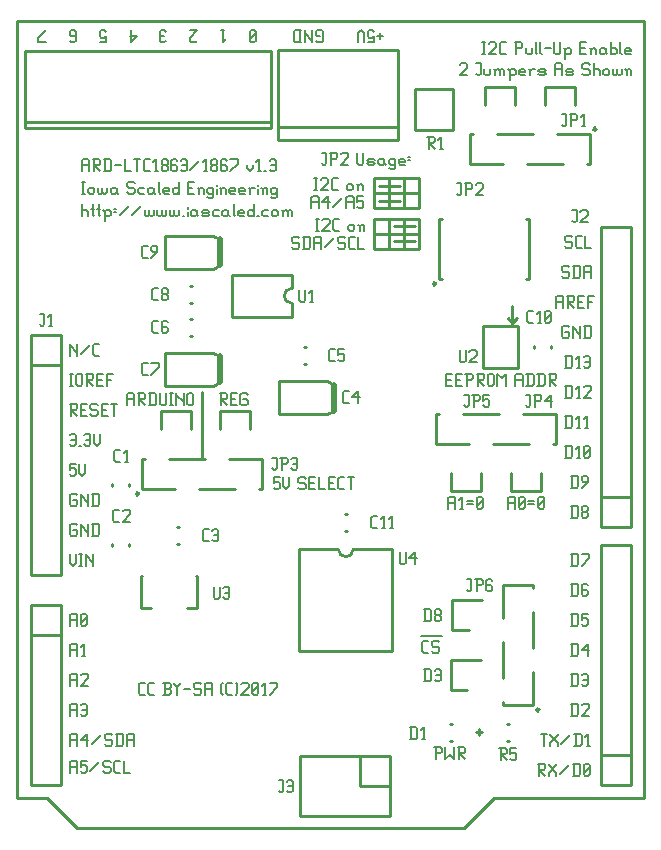
<source format=gbr>
G04 start of page 8 for group -4079 idx -4079 *
G04 Title: (unknown), topsilk *
G04 Creator: pcb 20140316 *
G04 CreationDate: Thu 27 Apr 2017 04:43:42 AM GMT UTC *
G04 For: railfan *
G04 Format: Gerber/RS-274X *
G04 PCB-Dimensions (mil): 2100.00 2700.00 *
G04 PCB-Coordinate-Origin: lower left *
%MOIN*%
%FSLAX25Y25*%
%LNTOPSILK*%
%ADD72C,0.0200*%
%ADD71C,0.0080*%
%ADD70C,0.0100*%
G54D70*X209500Y269500D02*Y10500D01*
X145000Y113000D02*Y119000D01*
X155000D02*Y113000D01*
X145000D02*X155000D01*
X165000D02*Y119000D01*
X175000D02*Y113000D01*
X165000D02*X175000D01*
X153500Y32500D02*X155500D01*
X154500Y33500D02*Y31500D01*
G54D71*X135000Y64500D02*X142000D01*
G54D70*X500Y269500D02*X209500D01*
X48500Y139500D02*X58500D01*
X156500Y247500D02*X166500D01*
Y241500D01*
X176500D02*Y247500D01*
X186500D01*
Y241500D01*
X156500D02*Y247500D01*
X119500Y207100D02*X134500D01*
X121000Y214600D02*X128000D01*
X121000Y209600D02*X128000D01*
X134500Y203600D02*Y193600D01*
X129500Y203600D02*Y193600D01*
X126000Y201100D02*X133000D01*
X126000Y196100D02*X133000D01*
X124500Y203600D02*Y193600D01*
X119500Y203600D02*Y193600D01*
X500Y10500D02*Y269500D01*
X68000Y133500D02*Y139500D01*
X78000D02*Y133500D01*
X68000Y139500D02*X78000D01*
X62000Y146000D02*Y123500D01*
X48500Y133500D02*Y139500D01*
X58500D02*Y133500D01*
X165500Y169000D02*Y174500D01*
Y169000D02*X164000Y170500D01*
X165500Y169000D02*X167000Y170500D01*
X134500Y212100D02*X119500D01*
Y217100D02*X134500D01*
Y207100D01*
X129500Y217100D02*Y207100D01*
X119500Y193600D02*X134500D01*
Y198600D02*X119500D01*
X124500Y217100D02*Y207100D01*
X119500Y217100D02*Y207100D01*
Y203600D02*X134500D01*
X20500Y500D02*X10500Y10500D01*
X149500Y500D02*X20500D01*
X500Y10500D02*X10500D01*
X209500D02*X159500D01*
X149500Y500D01*
X151000Y66500D02*X145500D01*
Y76500D01*
X155500D01*
X150500Y46500D02*X145000D01*
Y56500D01*
X155000D01*
G54D71*X18000Y22500D02*Y19000D01*
Y22500D02*X18500Y23000D01*
X20000D01*
X20500Y22500D01*
Y19000D01*
X18000Y21000D02*X20500D01*
X21700Y23000D02*X23700D01*
X21700D02*Y21000D01*
X22200Y21500D01*
X23200D01*
X23700Y21000D01*
Y19500D01*
X23200Y19000D02*X23700Y19500D01*
X22200Y19000D02*X23200D01*
X21700Y19500D02*X22200Y19000D01*
X24900Y19500D02*X27900Y22500D01*
X31100Y23000D02*X31600Y22500D01*
X29600Y23000D02*X31100D01*
X29100Y22500D02*X29600Y23000D01*
X29100Y22500D02*Y21500D01*
X29600Y21000D01*
X31100D01*
X31600Y20500D01*
Y19500D01*
X31100Y19000D02*X31600Y19500D01*
X29600Y19000D02*X31100D01*
X29100Y19500D02*X29600Y19000D01*
X33300D02*X34800D01*
X32800Y19500D02*X33300Y19000D01*
X32800Y22500D02*Y19500D01*
Y22500D02*X33300Y23000D01*
X34800D01*
X36000D02*Y19000D01*
X38000D01*
X18000Y31500D02*Y28000D01*
Y31500D02*X18500Y32000D01*
X20000D01*
X20500Y31500D01*
Y28000D01*
X18000Y30000D02*X20500D01*
X21700D02*X23700Y32000D01*
X21700Y30000D02*X24200D01*
X23700Y32000D02*Y28000D01*
X25400Y28500D02*X28400Y31500D01*
X31600Y32000D02*X32100Y31500D01*
X30100Y32000D02*X31600D01*
X29600Y31500D02*X30100Y32000D01*
X29600Y31500D02*Y30500D01*
X30100Y30000D01*
X31600D01*
X32100Y29500D01*
Y28500D01*
X31600Y28000D02*X32100Y28500D01*
X30100Y28000D02*X31600D01*
X29600Y28500D02*X30100Y28000D01*
X33800Y32000D02*Y28000D01*
X35300Y32000D02*X35800Y31500D01*
Y28500D01*
X35300Y28000D02*X35800Y28500D01*
X33300Y28000D02*X35300D01*
X33300Y32000D02*X35300D01*
X37000Y31500D02*Y28000D01*
Y31500D02*X37500Y32000D01*
X39000D01*
X39500Y31500D01*
Y28000D01*
X37000Y30000D02*X39500D01*
X18000Y41500D02*Y38000D01*
Y41500D02*X18500Y42000D01*
X20000D01*
X20500Y41500D01*
Y38000D01*
X18000Y40000D02*X20500D01*
X21700Y41500D02*X22200Y42000D01*
X23200D01*
X23700Y41500D01*
Y38500D01*
X23200Y38000D02*X23700Y38500D01*
X22200Y38000D02*X23200D01*
X21700Y38500D02*X22200Y38000D01*
Y40000D02*X23700D01*
X18000Y51500D02*Y48000D01*
Y51500D02*X18500Y52000D01*
X20000D01*
X20500Y51500D01*
Y48000D01*
X18000Y50000D02*X20500D01*
X21700Y51500D02*X22200Y52000D01*
X23700D01*
X24200Y51500D01*
Y50500D01*
X21700Y48000D02*X24200Y50500D01*
X21700Y48000D02*X24200D01*
X18000Y61500D02*Y58000D01*
Y61500D02*X18500Y62000D01*
X20000D01*
X20500Y61500D01*
Y58000D01*
X18000Y60000D02*X20500D01*
X22200Y58000D02*X23200D01*
X22700Y62000D02*Y58000D01*
X21700Y61000D02*X22700Y62000D01*
X18000Y71500D02*Y68000D01*
Y71500D02*X18500Y72000D01*
X20000D01*
X20500Y71500D01*
Y68000D01*
X18000Y70000D02*X20500D01*
X21700Y68500D02*X22200Y68000D01*
X21700Y71500D02*Y68500D01*
Y71500D02*X22200Y72000D01*
X23200D01*
X23700Y71500D01*
Y68500D01*
X23200Y68000D02*X23700Y68500D01*
X22200Y68000D02*X23200D01*
X21700Y69000D02*X23700Y71000D01*
X18000Y92000D02*Y89000D01*
X19000Y88000D01*
X20000Y89000D01*
Y92000D02*Y89000D01*
X21200Y92000D02*X22200D01*
X21700D02*Y88000D01*
X21200D02*X22200D01*
X23400Y92000D02*Y88000D01*
Y92000D02*Y91500D01*
X25900Y89000D01*
Y92000D02*Y88000D01*
X20000Y102000D02*X20500Y101500D01*
X18500Y102000D02*X20000D01*
X18000Y101500D02*X18500Y102000D01*
X18000Y101500D02*Y98500D01*
X18500Y98000D01*
X20000D01*
X20500Y98500D01*
Y99500D02*Y98500D01*
X20000Y100000D02*X20500Y99500D01*
X19000Y100000D02*X20000D01*
X21700Y102000D02*Y98000D01*
Y102000D02*Y101500D01*
X24200Y99000D01*
Y102000D02*Y98000D01*
X25900Y102000D02*Y98000D01*
X27400Y102000D02*X27900Y101500D01*
Y98500D01*
X27400Y98000D02*X27900Y98500D01*
X25400Y98000D02*X27400D01*
X25400Y102000D02*X27400D01*
X20000Y112000D02*X20500Y111500D01*
X18500Y112000D02*X20000D01*
X18000Y111500D02*X18500Y112000D01*
X18000Y111500D02*Y108500D01*
X18500Y108000D01*
X20000D01*
X20500Y108500D01*
Y109500D02*Y108500D01*
X20000Y110000D02*X20500Y109500D01*
X19000Y110000D02*X20000D01*
X21700Y112000D02*Y108000D01*
Y112000D02*Y111500D01*
X24200Y109000D01*
Y112000D02*Y108000D01*
X25900Y112000D02*Y108000D01*
X27400Y112000D02*X27900Y111500D01*
Y108500D01*
X27400Y108000D02*X27900Y108500D01*
X25400Y108000D02*X27400D01*
X25400Y112000D02*X27400D01*
X41500Y45000D02*X43000D01*
X41000Y45500D02*X41500Y45000D01*
X41000Y48500D02*Y45500D01*
Y48500D02*X41500Y49000D01*
X43000D01*
X44700Y45000D02*X46200D01*
X44200Y45500D02*X44700Y45000D01*
X44200Y48500D02*Y45500D01*
Y48500D02*X44700Y49000D01*
X46200D01*
X49200Y45000D02*X51200D01*
X51700Y45500D01*
Y46500D02*Y45500D01*
X51200Y47000D02*X51700Y46500D01*
X49700Y47000D02*X51200D01*
X49700Y49000D02*Y45000D01*
X49200Y49000D02*X51200D01*
X51700Y48500D01*
Y47500D01*
X51200Y47000D02*X51700Y47500D01*
X52900Y49000D02*Y48500D01*
X53900Y47500D01*
X54900Y48500D01*
Y49000D02*Y48500D01*
X53900Y47500D02*Y45000D01*
X56100Y47000D02*X58100D01*
X61300Y49000D02*X61800Y48500D01*
X59800Y49000D02*X61300D01*
X59300Y48500D02*X59800Y49000D01*
X59300Y48500D02*Y47500D01*
X59800Y47000D01*
X61300D01*
X61800Y46500D01*
Y45500D01*
X61300Y45000D02*X61800Y45500D01*
X59800Y45000D02*X61300D01*
X59300Y45500D02*X59800Y45000D01*
X63000Y48500D02*Y45000D01*
Y48500D02*X63500Y49000D01*
X65000D01*
X65500Y48500D01*
Y45000D01*
X63000Y47000D02*X65500D01*
X68500Y45500D02*X69000Y45000D01*
X68500Y48500D02*X69000Y49000D01*
X68500Y48500D02*Y45500D01*
X70700Y45000D02*X72200D01*
X70200Y45500D02*X70700Y45000D01*
X70200Y48500D02*Y45500D01*
Y48500D02*X70700Y49000D01*
X72200D01*
X73400D02*X73900Y48500D01*
Y45500D01*
X73400Y45000D02*X73900Y45500D01*
X75100Y48500D02*X75600Y49000D01*
X77100D01*
X77600Y48500D01*
Y47500D01*
X75100Y45000D02*X77600Y47500D01*
X75100Y45000D02*X77600D01*
X78800Y45500D02*X79300Y45000D01*
X78800Y48500D02*Y45500D01*
Y48500D02*X79300Y49000D01*
X80300D01*
X80800Y48500D01*
Y45500D01*
X80300Y45000D02*X80800Y45500D01*
X79300Y45000D02*X80300D01*
X78800Y46000D02*X80800Y48000D01*
X82500Y45000D02*X83500D01*
X83000Y49000D02*Y45000D01*
X82000Y48000D02*X83000Y49000D01*
X84700Y45000D02*X87200Y47500D01*
Y49000D02*Y47500D01*
X84700Y49000D02*X87200D01*
X185500Y108000D02*Y104000D01*
X187000Y108000D02*X187500Y107500D01*
Y104500D01*
X187000Y104000D02*X187500Y104500D01*
X185000Y104000D02*X187000D01*
X185000Y108000D02*X187000D01*
X188700Y104500D02*X189200Y104000D01*
X188700Y105500D02*Y104500D01*
Y105500D02*X189200Y106000D01*
X190200D01*
X190700Y105500D01*
Y104500D01*
X190200Y104000D02*X190700Y104500D01*
X189200Y104000D02*X190200D01*
X188700Y106500D02*X189200Y106000D01*
X188700Y107500D02*Y106500D01*
Y107500D02*X189200Y108000D01*
X190200D01*
X190700Y107500D01*
Y106500D01*
X190200Y106000D02*X190700Y106500D01*
X183500Y138000D02*Y134000D01*
X185000Y138000D02*X185500Y137500D01*
Y134500D01*
X185000Y134000D02*X185500Y134500D01*
X183000Y134000D02*X185000D01*
X183000Y138000D02*X185000D01*
X187200Y134000D02*X188200D01*
X187700Y138000D02*Y134000D01*
X186700Y137000D02*X187700Y138000D01*
X189900Y134000D02*X190900D01*
X190400Y138000D02*Y134000D01*
X189400Y137000D02*X190400Y138000D01*
X183500Y128000D02*Y124000D01*
X185000Y128000D02*X185500Y127500D01*
Y124500D01*
X185000Y124000D02*X185500Y124500D01*
X183000Y124000D02*X185000D01*
X183000Y128000D02*X185000D01*
X187200Y124000D02*X188200D01*
X187700Y128000D02*Y124000D01*
X186700Y127000D02*X187700Y128000D01*
X189400Y124500D02*X189900Y124000D01*
X189400Y127500D02*Y124500D01*
Y127500D02*X189900Y128000D01*
X190900D01*
X191400Y127500D01*
Y124500D01*
X190900Y124000D02*X191400Y124500D01*
X189900Y124000D02*X190900D01*
X189400Y125000D02*X191400Y127000D01*
X185500Y118000D02*Y114000D01*
X187000Y118000D02*X187500Y117500D01*
Y114500D01*
X187000Y114000D02*X187500Y114500D01*
X185000Y114000D02*X187000D01*
X185000Y118000D02*X187000D01*
X188700Y114000D02*X190700Y116000D01*
Y117500D02*Y116000D01*
X190200Y118000D02*X190700Y117500D01*
X189200Y118000D02*X190200D01*
X188700Y117500D02*X189200Y118000D01*
X188700Y117500D02*Y116500D01*
X189200Y116000D01*
X190700D01*
X185500Y52000D02*Y48000D01*
X187000Y52000D02*X187500Y51500D01*
Y48500D01*
X187000Y48000D02*X187500Y48500D01*
X185000Y48000D02*X187000D01*
X185000Y52000D02*X187000D01*
X188700Y51500D02*X189200Y52000D01*
X190200D01*
X190700Y51500D01*
Y48500D01*
X190200Y48000D02*X190700Y48500D01*
X189200Y48000D02*X190200D01*
X188700Y48500D02*X189200Y48000D01*
Y50000D02*X190700D01*
X185500Y62000D02*Y58000D01*
X187000Y62000D02*X187500Y61500D01*
Y58500D01*
X187000Y58000D02*X187500Y58500D01*
X185000Y58000D02*X187000D01*
X185000Y62000D02*X187000D01*
X188700Y60000D02*X190700Y62000D01*
X188700Y60000D02*X191200D01*
X190700Y62000D02*Y58000D01*
X185500Y42000D02*Y38000D01*
X187000Y42000D02*X187500Y41500D01*
Y38500D01*
X187000Y38000D02*X187500Y38500D01*
X185000Y38000D02*X187000D01*
X185000Y42000D02*X187000D01*
X188700Y41500D02*X189200Y42000D01*
X190700D01*
X191200Y41500D01*
Y40500D01*
X188700Y38000D02*X191200Y40500D01*
X188700Y38000D02*X191200D01*
X174000Y22000D02*X176000D01*
X176500Y21500D01*
Y20500D01*
X176000Y20000D02*X176500Y20500D01*
X174500Y20000D02*X176000D01*
X174500Y22000D02*Y18000D01*
Y20000D02*X176500Y18000D01*
X177700Y22000D02*Y21500D01*
X180200Y19000D01*
Y18000D01*
X177700Y19000D02*Y18000D01*
Y19000D02*X180200Y21500D01*
Y22000D02*Y21500D01*
X181400Y18500D02*X184400Y21500D01*
X186100Y22000D02*Y18000D01*
X187600Y22000D02*X188100Y21500D01*
Y18500D01*
X187600Y18000D02*X188100Y18500D01*
X185600Y18000D02*X187600D01*
X185600Y22000D02*X187600D01*
X189300Y18500D02*X189800Y18000D01*
X189300Y21500D02*Y18500D01*
Y21500D02*X189800Y22000D01*
X190800D01*
X191300Y21500D01*
Y18500D01*
X190800Y18000D02*X191300Y18500D01*
X189800Y18000D02*X190800D01*
X189300Y19000D02*X191300Y21000D01*
X175000Y32000D02*X177000D01*
X176000D02*Y28000D01*
X178200Y32000D02*Y31500D01*
X180700Y29000D01*
Y28000D01*
X178200Y29000D02*Y28000D01*
Y29000D02*X180700Y31500D01*
Y32000D02*Y31500D01*
X181900Y28500D02*X184900Y31500D01*
X186600Y32000D02*Y28000D01*
X188100Y32000D02*X188600Y31500D01*
Y28500D01*
X188100Y28000D02*X188600Y28500D01*
X186100Y28000D02*X188100D01*
X186100Y32000D02*X188100D01*
X190300Y28000D02*X191300D01*
X190800Y32000D02*Y28000D01*
X189800Y31000D02*X190800Y32000D01*
X140000Y27500D02*Y23500D01*
X139500Y27500D02*X141500D01*
X142000Y27000D01*
Y26000D01*
X141500Y25500D02*X142000Y26000D01*
X140000Y25500D02*X141500D01*
X143200Y27500D02*Y23500D01*
X144700Y25000D01*
X146200Y23500D01*
Y27500D02*Y23500D01*
X147400Y27500D02*X149400D01*
X149900Y27000D01*
Y26000D01*
X149400Y25500D02*X149900Y26000D01*
X147900Y25500D02*X149400D01*
X147900Y27500D02*Y23500D01*
Y25500D02*X149900Y23500D01*
X136500Y53500D02*Y49500D01*
X138000Y53500D02*X138500Y53000D01*
Y50000D01*
X138000Y49500D02*X138500Y50000D01*
X136000Y49500D02*X138000D01*
X136000Y53500D02*X138000D01*
X139700Y53000D02*X140200Y53500D01*
X141200D01*
X141700Y53000D01*
Y50000D01*
X141200Y49500D02*X141700Y50000D01*
X140200Y49500D02*X141200D01*
X139700Y50000D02*X140200Y49500D01*
Y51500D02*X141700D01*
X185500Y92000D02*Y88000D01*
X187000Y92000D02*X187500Y91500D01*
Y88500D01*
X187000Y88000D02*X187500Y88500D01*
X185000Y88000D02*X187000D01*
X185000Y92000D02*X187000D01*
X188700Y88000D02*X191200Y90500D01*
Y92000D02*Y90500D01*
X188700Y92000D02*X191200D01*
X144000Y110500D02*Y107000D01*
Y110500D02*X144500Y111000D01*
X146000D01*
X146500Y110500D01*
Y107000D01*
X144000Y109000D02*X146500D01*
X148200Y107000D02*X149200D01*
X148700Y111000D02*Y107000D01*
X147700Y110000D02*X148700Y111000D01*
X150400Y109500D02*X152400D01*
X150400Y108500D02*X152400D01*
X153600Y107500D02*X154100Y107000D01*
X153600Y110500D02*Y107500D01*
Y110500D02*X154100Y111000D01*
X155100D01*
X155600Y110500D01*
Y107500D01*
X155100Y107000D02*X155600Y107500D01*
X154100Y107000D02*X155100D01*
X153600Y108000D02*X155600Y110000D01*
X164000Y110500D02*Y107000D01*
Y110500D02*X164500Y111000D01*
X166000D01*
X166500Y110500D01*
Y107000D01*
X164000Y109000D02*X166500D01*
X167700Y107500D02*X168200Y107000D01*
X167700Y110500D02*Y107500D01*
Y110500D02*X168200Y111000D01*
X169200D01*
X169700Y110500D01*
Y107500D01*
X169200Y107000D02*X169700Y107500D01*
X168200Y107000D02*X169200D01*
X167700Y108000D02*X169700Y110000D01*
X170900Y109500D02*X172900D01*
X170900Y108500D02*X172900D01*
X174100Y107500D02*X174600Y107000D01*
X174100Y110500D02*Y107500D01*
Y110500D02*X174600Y111000D01*
X175600D01*
X176100Y110500D01*
Y107500D01*
X175600Y107000D02*X176100Y107500D01*
X174600Y107000D02*X175600D01*
X174100Y108000D02*X176100Y110000D01*
X143500Y150000D02*X145000D01*
X143500Y148000D02*X145500D01*
X143500Y152000D02*Y148000D01*
Y152000D02*X145500D01*
X146700Y150000D02*X148200D01*
X146700Y148000D02*X148700D01*
X146700Y152000D02*Y148000D01*
Y152000D02*X148700D01*
X150400D02*Y148000D01*
X149900Y152000D02*X151900D01*
X152400Y151500D01*
Y150500D01*
X151900Y150000D02*X152400Y150500D01*
X150400Y150000D02*X151900D01*
X153600Y152000D02*X155600D01*
X156100Y151500D01*
Y150500D01*
X155600Y150000D02*X156100Y150500D01*
X154100Y150000D02*X155600D01*
X154100Y152000D02*Y148000D01*
Y150000D02*X156100Y148000D01*
X157300Y151500D02*Y148500D01*
Y151500D02*X157800Y152000D01*
X158800D01*
X159300Y151500D01*
Y148500D01*
X158800Y148000D02*X159300Y148500D01*
X157800Y148000D02*X158800D01*
X157300Y148500D02*X157800Y148000D01*
X160500Y152000D02*Y148000D01*
Y152000D02*X162000Y150500D01*
X163500Y152000D01*
Y148000D01*
X166500Y151500D02*Y148000D01*
Y151500D02*X167000Y152000D01*
X168500D01*
X169000Y151500D01*
Y148000D01*
X166500Y150000D02*X169000D01*
X170700Y152000D02*Y148000D01*
X172200Y152000D02*X172700Y151500D01*
Y148500D01*
X172200Y148000D02*X172700Y148500D01*
X170200Y148000D02*X172200D01*
X170200Y152000D02*X172200D01*
X174400D02*Y148000D01*
X175900Y152000D02*X176400Y151500D01*
Y148500D01*
X175900Y148000D02*X176400Y148500D01*
X173900Y148000D02*X175900D01*
X173900Y152000D02*X175900D01*
X177600D02*X179600D01*
X180100Y151500D01*
Y150500D01*
X179600Y150000D02*X180100Y150500D01*
X178100Y150000D02*X179600D01*
X178100Y152000D02*Y148000D01*
Y150000D02*X180100Y148000D01*
X170000Y145000D02*X171500D01*
Y141500D01*
X171000Y141000D02*X171500Y141500D01*
X170500Y141000D02*X171000D01*
X170000Y141500D02*X170500Y141000D01*
X173200Y145000D02*Y141000D01*
X172700Y145000D02*X174700D01*
X175200Y144500D01*
Y143500D01*
X174700Y143000D02*X175200Y143500D01*
X173200Y143000D02*X174700D01*
X176400D02*X178400Y145000D01*
X176400Y143000D02*X178900D01*
X178400Y145000D02*Y141000D01*
X149500Y145000D02*X151000D01*
Y141500D01*
X150500Y141000D02*X151000Y141500D01*
X150000Y141000D02*X150500D01*
X149500Y141500D02*X150000Y141000D01*
X152700Y145000D02*Y141000D01*
X152200Y145000D02*X154200D01*
X154700Y144500D01*
Y143500D01*
X154200Y143000D02*X154700Y143500D01*
X152700Y143000D02*X154200D01*
X155900Y145000D02*X157900D01*
X155900D02*Y143000D01*
X156400Y143500D01*
X157400D01*
X157900Y143000D01*
Y141500D01*
X157400Y141000D02*X157900Y141500D01*
X156400Y141000D02*X157400D01*
X155900Y141500D02*X156400Y141000D01*
X185500Y82000D02*Y78000D01*
X187000Y82000D02*X187500Y81500D01*
Y78500D01*
X187000Y78000D02*X187500Y78500D01*
X185000Y78000D02*X187000D01*
X185000Y82000D02*X187000D01*
X190200D02*X190700Y81500D01*
X189200Y82000D02*X190200D01*
X188700Y81500D02*X189200Y82000D01*
X188700Y81500D02*Y78500D01*
X189200Y78000D01*
X190200Y80000D02*X190700Y79500D01*
X188700Y80000D02*X190200D01*
X189200Y78000D02*X190200D01*
X190700Y78500D01*
Y79500D02*Y78500D01*
X185500Y72000D02*Y68000D01*
X187000Y72000D02*X187500Y71500D01*
Y68500D01*
X187000Y68000D02*X187500Y68500D01*
X185000Y68000D02*X187000D01*
X185000Y72000D02*X187000D01*
X188700D02*X190700D01*
X188700D02*Y70000D01*
X189200Y70500D01*
X190200D01*
X190700Y70000D01*
Y68500D01*
X190200Y68000D02*X190700Y68500D01*
X189200Y68000D02*X190200D01*
X188700Y68500D02*X189200Y68000D01*
X136500Y73500D02*Y69500D01*
X138000Y73500D02*X138500Y73000D01*
Y70000D01*
X138000Y69500D02*X138500Y70000D01*
X136000Y69500D02*X138000D01*
X136000Y73500D02*X138000D01*
X139700Y70000D02*X140200Y69500D01*
X139700Y71000D02*Y70000D01*
Y71000D02*X140200Y71500D01*
X141200D01*
X141700Y71000D01*
Y70000D01*
X141200Y69500D02*X141700Y70000D01*
X140200Y69500D02*X141200D01*
X139700Y72000D02*X140200Y71500D01*
X139700Y73000D02*Y72000D01*
Y73000D02*X140200Y73500D01*
X141200D01*
X141700Y73000D01*
Y72000D01*
X141200Y71500D02*X141700Y72000D01*
X136000Y59000D02*X137500D01*
X135500Y59500D02*X136000Y59000D01*
X135500Y62500D02*Y59500D01*
Y62500D02*X136000Y63000D01*
X137500D01*
X140700D02*X141200Y62500D01*
X139200Y63000D02*X140700D01*
X138700Y62500D02*X139200Y63000D01*
X138700Y62500D02*Y61500D01*
X139200Y61000D01*
X140700D01*
X141200Y60500D01*
Y59500D01*
X140700Y59000D02*X141200Y59500D01*
X139200Y59000D02*X140700D01*
X138700Y59500D02*X139200Y59000D01*
X18000Y122000D02*X20000D01*
X18000D02*Y120000D01*
X18500Y120500D01*
X19500D01*
X20000Y120000D01*
Y118500D01*
X19500Y118000D02*X20000Y118500D01*
X18500Y118000D02*X19500D01*
X18000Y118500D02*X18500Y118000D01*
X21200Y122000D02*Y119000D01*
X22200Y118000D01*
X23200Y119000D01*
Y122000D02*Y119000D01*
X86000Y117500D02*X88000D01*
X86000D02*Y115500D01*
X86500Y116000D01*
X87500D01*
X88000Y115500D01*
Y114000D01*
X87500Y113500D02*X88000Y114000D01*
X86500Y113500D02*X87500D01*
X86000Y114000D02*X86500Y113500D01*
X89200Y117500D02*Y114500D01*
X90200Y113500D01*
X91200Y114500D01*
Y117500D02*Y114500D01*
X96200Y117500D02*X96700Y117000D01*
X94700Y117500D02*X96200D01*
X94200Y117000D02*X94700Y117500D01*
X94200Y117000D02*Y116000D01*
X94700Y115500D01*
X96200D01*
X96700Y115000D01*
Y114000D01*
X96200Y113500D02*X96700Y114000D01*
X94700Y113500D02*X96200D01*
X94200Y114000D02*X94700Y113500D01*
X97900Y115500D02*X99400D01*
X97900Y113500D02*X99900D01*
X97900Y117500D02*Y113500D01*
Y117500D02*X99900D01*
X101100D02*Y113500D01*
X103100D01*
X104300Y115500D02*X105800D01*
X104300Y113500D02*X106300D01*
X104300Y117500D02*Y113500D01*
Y117500D02*X106300D01*
X108000Y113500D02*X109500D01*
X107500Y114000D02*X108000Y113500D01*
X107500Y117000D02*Y114000D01*
Y117000D02*X108000Y117500D01*
X109500D01*
X110700D02*X112700D01*
X111700D02*Y113500D01*
X18000Y131500D02*X18500Y132000D01*
X19500D01*
X20000Y131500D01*
Y128500D01*
X19500Y128000D02*X20000Y128500D01*
X18500Y128000D02*X19500D01*
X18000Y128500D02*X18500Y128000D01*
Y130000D02*X20000D01*
X21200Y128000D02*X21700D01*
X22900Y131500D02*X23400Y132000D01*
X24400D01*
X24900Y131500D01*
Y128500D01*
X24400Y128000D02*X24900Y128500D01*
X23400Y128000D02*X24400D01*
X22900Y128500D02*X23400Y128000D01*
Y130000D02*X24900D01*
X26100Y132000D02*Y129000D01*
X27100Y128000D01*
X28100Y129000D01*
Y132000D02*Y129000D01*
X18000Y152000D02*X19000D01*
X18500D02*Y148000D01*
X18000D02*X19000D01*
X20200Y151500D02*Y148500D01*
Y151500D02*X20700Y152000D01*
X21700D01*
X22200Y151500D01*
Y148500D01*
X21700Y148000D02*X22200Y148500D01*
X20700Y148000D02*X21700D01*
X20200Y148500D02*X20700Y148000D01*
X23400Y152000D02*X25400D01*
X25900Y151500D01*
Y150500D01*
X25400Y150000D02*X25900Y150500D01*
X23900Y150000D02*X25400D01*
X23900Y152000D02*Y148000D01*
Y150000D02*X25900Y148000D01*
X27100Y150000D02*X28600D01*
X27100Y148000D02*X29100D01*
X27100Y152000D02*Y148000D01*
Y152000D02*X29100D01*
X30300D02*Y148000D01*
Y152000D02*X32300D01*
X30300Y150000D02*X31800D01*
X18000Y142000D02*X20000D01*
X20500Y141500D01*
Y140500D01*
X20000Y140000D02*X20500Y140500D01*
X18500Y140000D02*X20000D01*
X18500Y142000D02*Y138000D01*
Y140000D02*X20500Y138000D01*
X21700Y140000D02*X23200D01*
X21700Y138000D02*X23700D01*
X21700Y142000D02*Y138000D01*
Y142000D02*X23700D01*
X26900D02*X27400Y141500D01*
X25400Y142000D02*X26900D01*
X24900Y141500D02*X25400Y142000D01*
X24900Y141500D02*Y140500D01*
X25400Y140000D01*
X26900D01*
X27400Y139500D01*
Y138500D01*
X26900Y138000D02*X27400Y138500D01*
X25400Y138000D02*X26900D01*
X24900Y138500D02*X25400Y138000D01*
X28600Y140000D02*X30100D01*
X28600Y138000D02*X30600D01*
X28600Y142000D02*Y138000D01*
Y142000D02*X30600D01*
X31800D02*X33800D01*
X32800D02*Y138000D01*
X18000Y162000D02*Y158000D01*
Y162000D02*Y161500D01*
X20500Y159000D01*
Y162000D02*Y158000D01*
X21700Y158500D02*X24700Y161500D01*
X26400Y158000D02*X27900D01*
X25900Y158500D02*X26400Y158000D01*
X25900Y161500D02*Y158500D01*
Y161500D02*X26400Y162000D01*
X27900D01*
X68000Y145500D02*X70000D01*
X70500Y145000D01*
Y144000D01*
X70000Y143500D02*X70500Y144000D01*
X68500Y143500D02*X70000D01*
X68500Y145500D02*Y141500D01*
Y143500D02*X70500Y141500D01*
X71700Y143500D02*X73200D01*
X71700Y141500D02*X73700D01*
X71700Y145500D02*Y141500D01*
Y145500D02*X73700D01*
X76900D02*X77400Y145000D01*
X75400Y145500D02*X76900D01*
X74900Y145000D02*X75400Y145500D01*
X74900Y145000D02*Y142000D01*
X75400Y141500D01*
X76900D01*
X77400Y142000D01*
Y143000D02*Y142000D01*
X76900Y143500D02*X77400Y143000D01*
X75900Y143500D02*X76900D01*
X37000Y145000D02*Y141500D01*
Y145000D02*X37500Y145500D01*
X39000D01*
X39500Y145000D01*
Y141500D01*
X37000Y143500D02*X39500D01*
X40700Y145500D02*X42700D01*
X43200Y145000D01*
Y144000D01*
X42700Y143500D02*X43200Y144000D01*
X41200Y143500D02*X42700D01*
X41200Y145500D02*Y141500D01*
Y143500D02*X43200Y141500D01*
X44900Y145500D02*Y141500D01*
X46400Y145500D02*X46900Y145000D01*
Y142000D01*
X46400Y141500D02*X46900Y142000D01*
X44400Y141500D02*X46400D01*
X44400Y145500D02*X46400D01*
X48100D02*Y142000D01*
X48600Y141500D01*
X49600D01*
X50100Y142000D01*
Y145500D02*Y142000D01*
X51300Y145500D02*X52300D01*
X51800D02*Y141500D01*
X51300D02*X52300D01*
X53500Y145500D02*Y141500D01*
Y145500D02*Y145000D01*
X56000Y142500D01*
Y145500D02*Y141500D01*
X57200Y145000D02*Y142000D01*
Y145000D02*X57700Y145500D01*
X58700D01*
X59200Y145000D01*
Y142000D01*
X58700Y141500D02*X59200Y142000D01*
X57700Y141500D02*X58700D01*
X57200Y142000D02*X57700Y141500D01*
X184000Y188000D02*X184500Y187500D01*
X182500Y188000D02*X184000D01*
X182000Y187500D02*X182500Y188000D01*
X182000Y187500D02*Y186500D01*
X182500Y186000D01*
X184000D01*
X184500Y185500D01*
Y184500D01*
X184000Y184000D02*X184500Y184500D01*
X182500Y184000D02*X184000D01*
X182000Y184500D02*X182500Y184000D01*
X186200Y188000D02*Y184000D01*
X187700Y188000D02*X188200Y187500D01*
Y184500D01*
X187700Y184000D02*X188200Y184500D01*
X185700Y184000D02*X187700D01*
X185700Y188000D02*X187700D01*
X189400Y187500D02*Y184000D01*
Y187500D02*X189900Y188000D01*
X191400D01*
X191900Y187500D01*
Y184000D01*
X189400Y186000D02*X191900D01*
X185000Y198000D02*X185500Y197500D01*
X183500Y198000D02*X185000D01*
X183000Y197500D02*X183500Y198000D01*
X183000Y197500D02*Y196500D01*
X183500Y196000D01*
X185000D01*
X185500Y195500D01*
Y194500D01*
X185000Y194000D02*X185500Y194500D01*
X183500Y194000D02*X185000D01*
X183000Y194500D02*X183500Y194000D01*
X187200D02*X188700D01*
X186700Y194500D02*X187200Y194000D01*
X186700Y197500D02*Y194500D01*
Y197500D02*X187200Y198000D01*
X188700D01*
X189900D02*Y194000D01*
X191900D01*
X148000Y255000D02*X148500Y255500D01*
X150000D01*
X150500Y255000D01*
Y254000D01*
X148000Y251500D02*X150500Y254000D01*
X148000Y251500D02*X150500D01*
X153500Y255500D02*X155000D01*
Y252000D01*
X154500Y251500D02*X155000Y252000D01*
X154000Y251500D02*X154500D01*
X153500Y252000D02*X154000Y251500D01*
X156200Y253500D02*Y252000D01*
X156700Y251500D01*
X157700D01*
X158200Y252000D01*
Y253500D02*Y252000D01*
X159900Y253000D02*Y251500D01*
Y253000D02*X160400Y253500D01*
X160900D01*
X161400Y253000D01*
Y251500D01*
Y253000D02*X161900Y253500D01*
X162400D01*
X162900Y253000D01*
Y251500D01*
X159400Y253500D02*X159900Y253000D01*
X164600D02*Y250000D01*
X164100Y253500D02*X164600Y253000D01*
X165100Y253500D01*
X166100D01*
X166600Y253000D01*
Y252000D01*
X166100Y251500D02*X166600Y252000D01*
X165100Y251500D02*X166100D01*
X164600Y252000D02*X165100Y251500D01*
X168300D02*X169800D01*
X167800Y252000D02*X168300Y251500D01*
X167800Y253000D02*Y252000D01*
Y253000D02*X168300Y253500D01*
X169300D01*
X169800Y253000D01*
X167800Y252500D02*X169800D01*
Y253000D02*Y252500D01*
X171500Y253000D02*Y251500D01*
Y253000D02*X172000Y253500D01*
X173000D01*
X171000D02*X171500Y253000D01*
X174700Y251500D02*X176200D01*
X176700Y252000D01*
X176200Y252500D02*X176700Y252000D01*
X174700Y252500D02*X176200D01*
X174200Y253000D02*X174700Y252500D01*
X174200Y253000D02*X174700Y253500D01*
X176200D01*
X176700Y253000D01*
X174200Y252000D02*X174700Y251500D01*
X179700Y255000D02*Y251500D01*
Y255000D02*X180200Y255500D01*
X181700D01*
X182200Y255000D01*
Y251500D01*
X179700Y253500D02*X182200D01*
X183900Y251500D02*X185400D01*
X185900Y252000D01*
X185400Y252500D02*X185900Y252000D01*
X183900Y252500D02*X185400D01*
X183400Y253000D02*X183900Y252500D01*
X183400Y253000D02*X183900Y253500D01*
X185400D01*
X185900Y253000D01*
X183400Y252000D02*X183900Y251500D01*
X190900Y255500D02*X191400Y255000D01*
X189400Y255500D02*X190900D01*
X188900Y255000D02*X189400Y255500D01*
X188900Y255000D02*Y254000D01*
X189400Y253500D01*
X190900D01*
X191400Y253000D01*
Y252000D01*
X190900Y251500D02*X191400Y252000D01*
X189400Y251500D02*X190900D01*
X188900Y252000D02*X189400Y251500D01*
X192600Y255500D02*Y251500D01*
Y253000D02*X193100Y253500D01*
X194100D01*
X194600Y253000D01*
Y251500D01*
X195800Y253000D02*Y252000D01*
Y253000D02*X196300Y253500D01*
X197300D01*
X197800Y253000D01*
Y252000D01*
X197300Y251500D02*X197800Y252000D01*
X196300Y251500D02*X197300D01*
X195800Y252000D02*X196300Y251500D01*
X199000Y253500D02*Y252000D01*
X199500Y251500D01*
X200000D01*
X200500Y252000D01*
Y253500D02*Y252000D01*
X201000Y251500D01*
X201500D01*
X202000Y252000D01*
Y253500D02*Y252000D01*
X203700Y253000D02*Y251500D01*
Y253000D02*X204200Y253500D01*
X204700D01*
X205200Y253000D01*
Y251500D01*
X203200Y253500D02*X203700Y253000D01*
X155500Y262500D02*X156500D01*
X156000D02*Y258500D01*
X155500D02*X156500D01*
X157700Y262000D02*X158200Y262500D01*
X159700D01*
X160200Y262000D01*
Y261000D01*
X157700Y258500D02*X160200Y261000D01*
X157700Y258500D02*X160200D01*
X161900D02*X163400D01*
X161400Y259000D02*X161900Y258500D01*
X161400Y262000D02*Y259000D01*
Y262000D02*X161900Y262500D01*
X163400D01*
X166900D02*Y258500D01*
X166400Y262500D02*X168400D01*
X168900Y262000D01*
Y261000D01*
X168400Y260500D02*X168900Y261000D01*
X166900Y260500D02*X168400D01*
X170100D02*Y259000D01*
X170600Y258500D01*
X171600D01*
X172100Y259000D01*
Y260500D02*Y259000D01*
X173300Y262500D02*Y259000D01*
X173800Y258500D01*
X174800Y262500D02*Y259000D01*
X175300Y258500D01*
X176300Y260500D02*X178300D01*
X179500Y262500D02*Y259000D01*
X180000Y258500D01*
X181000D01*
X181500Y259000D01*
Y262500D02*Y259000D01*
X183200Y260000D02*Y257000D01*
X182700Y260500D02*X183200Y260000D01*
X183700Y260500D01*
X184700D01*
X185200Y260000D01*
Y259000D01*
X184700Y258500D02*X185200Y259000D01*
X183700Y258500D02*X184700D01*
X183200Y259000D02*X183700Y258500D01*
X188200Y260500D02*X189700D01*
X188200Y258500D02*X190200D01*
X188200Y262500D02*Y258500D01*
Y262500D02*X190200D01*
X191900Y260000D02*Y258500D01*
Y260000D02*X192400Y260500D01*
X192900D01*
X193400Y260000D01*
Y258500D01*
X191400Y260500D02*X191900Y260000D01*
X196100Y260500D02*X196600Y260000D01*
X195100Y260500D02*X196100D01*
X194600Y260000D02*X195100Y260500D01*
X194600Y260000D02*Y259000D01*
X195100Y258500D01*
X196600Y260500D02*Y259000D01*
X197100Y258500D01*
X195100D02*X196100D01*
X196600Y259000D01*
X198300Y262500D02*Y258500D01*
Y259000D02*X198800Y258500D01*
X199800D01*
X200300Y259000D01*
Y260000D02*Y259000D01*
X199800Y260500D02*X200300Y260000D01*
X198800Y260500D02*X199800D01*
X198300Y260000D02*X198800Y260500D01*
X201500Y262500D02*Y259000D01*
X202000Y258500D01*
X203500D02*X205000D01*
X203000Y259000D02*X203500Y258500D01*
X203000Y260000D02*Y259000D01*
Y260000D02*X203500Y260500D01*
X204500D01*
X205000Y260000D01*
X203000Y259500D02*X205000D01*
Y260000D02*Y259500D01*
X183500Y158000D02*Y154000D01*
X185000Y158000D02*X185500Y157500D01*
Y154500D01*
X185000Y154000D02*X185500Y154500D01*
X183000Y154000D02*X185000D01*
X183000Y158000D02*X185000D01*
X187200Y154000D02*X188200D01*
X187700Y158000D02*Y154000D01*
X186700Y157000D02*X187700Y158000D01*
X189400Y157500D02*X189900Y158000D01*
X190900D01*
X191400Y157500D01*
Y154500D01*
X190900Y154000D02*X191400Y154500D01*
X189900Y154000D02*X190900D01*
X189400Y154500D02*X189900Y154000D01*
Y156000D02*X191400D01*
X183500Y148000D02*Y144000D01*
X185000Y148000D02*X185500Y147500D01*
Y144500D01*
X185000Y144000D02*X185500Y144500D01*
X183000Y144000D02*X185000D01*
X183000Y148000D02*X185000D01*
X187200Y144000D02*X188200D01*
X187700Y148000D02*Y144000D01*
X186700Y147000D02*X187700Y148000D01*
X189400Y147500D02*X189900Y148000D01*
X191400D01*
X191900Y147500D01*
Y146500D01*
X189400Y144000D02*X191900Y146500D01*
X189400Y144000D02*X191900D01*
X184000Y168000D02*X184500Y167500D01*
X182500Y168000D02*X184000D01*
X182000Y167500D02*X182500Y168000D01*
X182000Y167500D02*Y164500D01*
X182500Y164000D01*
X184000D01*
X184500Y164500D01*
Y165500D02*Y164500D01*
X184000Y166000D02*X184500Y165500D01*
X183000Y166000D02*X184000D01*
X185700Y168000D02*Y164000D01*
Y168000D02*Y167500D01*
X188200Y165000D01*
Y168000D02*Y164000D01*
X189900Y168000D02*Y164000D01*
X191400Y168000D02*X191900Y167500D01*
Y164500D01*
X191400Y164000D02*X191900Y164500D01*
X189400Y164000D02*X191400D01*
X189400Y168000D02*X191400D01*
X180000Y177500D02*Y174000D01*
Y177500D02*X180500Y178000D01*
X182000D01*
X182500Y177500D01*
Y174000D01*
X180000Y176000D02*X182500D01*
X183700Y178000D02*X185700D01*
X186200Y177500D01*
Y176500D01*
X185700Y176000D02*X186200Y176500D01*
X184200Y176000D02*X185700D01*
X184200Y178000D02*Y174000D01*
Y176000D02*X186200Y174000D01*
X187400Y176000D02*X188900D01*
X187400Y174000D02*X189400D01*
X187400Y178000D02*Y174000D01*
Y178000D02*X189400D01*
X190600D02*Y174000D01*
Y178000D02*X192600D01*
X190600Y176000D02*X192100D01*
X10000Y266500D02*X7500Y264000D01*
Y262500D01*
X10000D01*
X18500D02*X18000Y263000D01*
X18500Y262500D02*X19500D01*
X20000Y263000D02*X19500Y262500D01*
X20000Y266000D02*Y263000D01*
Y266000D02*X19500Y266500D01*
X18500Y264500D02*X18000Y265000D01*
X18500Y264500D02*X20000D01*
X18500Y266500D02*X19500D01*
X18500D02*X18000Y266000D01*
Y265000D01*
X28000Y262500D02*X30000D01*
Y264500D02*Y262500D01*
Y264500D02*X29500Y264000D01*
X28500D02*X29500D01*
X28500D02*X28000Y264500D01*
Y266000D02*Y264500D01*
X28500Y266500D02*X28000Y266000D01*
X28500Y266500D02*X29500D01*
X30000Y266000D02*X29500Y266500D01*
X40500Y264500D02*X38500Y262500D01*
X38000Y264500D02*X40500D01*
X38500Y266500D02*Y262500D01*
X50000Y263000D02*X49500Y262500D01*
X48500D02*X49500D01*
X48500D02*X48000Y263000D01*
Y266000D02*Y263000D01*
X48500Y266500D02*X48000Y266000D01*
X48500Y266500D02*X49500D01*
X50000Y266000D02*X49500Y266500D01*
X48000Y264500D02*X49500D01*
X60500Y263000D02*X60000Y262500D01*
X58500D02*X60000D01*
X58500D02*X58000Y263000D01*
Y264000D02*Y263000D01*
X60500Y266500D02*X58000Y264000D01*
Y266500D02*X60500D01*
X68500D02*X69500D01*
X69000D02*Y262500D01*
X70000Y263500D02*X69000Y262500D01*
X80000Y266000D02*X79500Y266500D01*
X80000Y266000D02*Y263000D01*
X79500Y262500D01*
X78500D02*X79500D01*
X78500D02*X78000Y263000D01*
Y266000D02*Y263000D01*
X78500Y266500D02*X78000Y266000D01*
X78500Y266500D02*X79500D01*
X80000Y265500D02*X78000Y263500D01*
X100500Y262500D02*X100000Y263000D01*
X100500Y262500D02*X102000D01*
X102500Y263000D02*X102000Y262500D01*
X102500Y266000D02*Y263000D01*
Y266000D02*X102000Y266500D01*
X100500D02*X102000D01*
X100500D02*X100000Y266000D01*
Y265000D01*
X100500Y264500D02*X100000Y265000D01*
X100500Y264500D02*X101500D01*
X98800Y266500D02*Y262500D01*
Y263000D02*Y262500D01*
Y263000D02*X96300Y265500D01*
Y266500D02*Y262500D01*
X94600Y266500D02*Y262500D01*
X93100D02*X92600Y263000D01*
Y266000D02*Y263000D01*
X93100Y266500D02*X92600Y266000D01*
X93100Y266500D02*X95100D01*
X93100Y262500D02*X95100D01*
X120500Y264500D02*X122500D01*
X121500Y265500D02*Y263500D01*
X117300Y262500D02*X119300D01*
Y264500D02*Y262500D01*
Y264500D02*X118800Y264000D01*
X117800D02*X118800D01*
X117800D02*X117300Y264500D01*
Y266000D02*Y264500D01*
X117800Y266500D02*X117300Y266000D01*
X117800Y266500D02*X118800D01*
X119300Y266000D02*X118800Y266500D01*
X116100Y265500D02*Y262500D01*
Y265500D02*X115100Y266500D01*
X114100Y265500D01*
Y262500D01*
X102000Y225600D02*X103500D01*
Y222100D01*
X103000Y221600D02*X103500Y222100D01*
X102500Y221600D02*X103000D01*
X102000Y222100D02*X102500Y221600D01*
X105200Y225600D02*Y221600D01*
X104700Y225600D02*X106700D01*
X107200Y225100D01*
Y224100D01*
X106700Y223600D02*X107200Y224100D01*
X105200Y223600D02*X106700D01*
X108400Y225100D02*X108900Y225600D01*
X110400D01*
X110900Y225100D01*
Y224100D01*
X108400Y221600D02*X110900Y224100D01*
X108400Y221600D02*X110900D01*
X113900Y225600D02*Y222100D01*
X114400Y221600D01*
X115400D01*
X115900Y222100D01*
Y225600D02*Y222100D01*
X117600Y221600D02*X119100D01*
X119600Y222100D01*
X119100Y222600D02*X119600Y222100D01*
X117600Y222600D02*X119100D01*
X117100Y223100D02*X117600Y222600D01*
X117100Y223100D02*X117600Y223600D01*
X119100D01*
X119600Y223100D01*
X117100Y222100D02*X117600Y221600D01*
X122300Y223600D02*X122800Y223100D01*
X121300Y223600D02*X122300D01*
X120800Y223100D02*X121300Y223600D01*
X120800Y223100D02*Y222100D01*
X121300Y221600D01*
X122800Y223600D02*Y222100D01*
X123300Y221600D01*
X121300D02*X122300D01*
X122800Y222100D01*
X126000Y223600D02*X126500Y223100D01*
X125000Y223600D02*X126000D01*
X124500Y223100D02*X125000Y223600D01*
X124500Y223100D02*Y222100D01*
X125000Y221600D01*
X126000D01*
X126500Y222100D01*
X124500Y220600D02*X125000Y220100D01*
X126000D01*
X126500Y220600D01*
Y223600D02*Y220600D01*
X128200Y221600D02*X129700D01*
X127700Y222100D02*X128200Y221600D01*
X127700Y223100D02*Y222100D01*
Y223100D02*X128200Y223600D01*
X129200D01*
X129700Y223100D01*
X127700Y222600D02*X129700D01*
Y223100D02*Y222600D01*
X130900Y224100D02*X131400D01*
X130900Y223100D02*X131400D01*
X99500Y217100D02*X100500D01*
X100000D02*Y213100D01*
X99500D02*X100500D01*
X101700Y216600D02*X102200Y217100D01*
X103700D01*
X104200Y216600D01*
Y215600D01*
X101700Y213100D02*X104200Y215600D01*
X101700Y213100D02*X104200D01*
X105900D02*X107400D01*
X105400Y213600D02*X105900Y213100D01*
X105400Y216600D02*Y213600D01*
Y216600D02*X105900Y217100D01*
X107400D01*
X110400Y214600D02*Y213600D01*
Y214600D02*X110900Y215100D01*
X111900D01*
X112400Y214600D01*
Y213600D01*
X111900Y213100D02*X112400Y213600D01*
X110900Y213100D02*X111900D01*
X110400Y213600D02*X110900Y213100D01*
X114100Y214600D02*Y213100D01*
Y214600D02*X114600Y215100D01*
X115100D01*
X115600Y214600D01*
Y213100D01*
X113600Y215100D02*X114100Y214600D01*
X98500Y210600D02*Y207100D01*
Y210600D02*X99000Y211100D01*
X100500D01*
X101000Y210600D01*
Y207100D01*
X98500Y209100D02*X101000D01*
X102200D02*X104200Y211100D01*
X102200Y209100D02*X104700D01*
X104200Y211100D02*Y207100D01*
X105900Y207600D02*X108900Y210600D01*
X110100D02*Y207100D01*
Y210600D02*X110600Y211100D01*
X112100D01*
X112600Y210600D01*
Y207100D01*
X110100Y209100D02*X112600D01*
X113800Y211100D02*X115800D01*
X113800D02*Y209100D01*
X114300Y209600D01*
X115300D01*
X115800Y209100D01*
Y207600D01*
X115300Y207100D02*X115800Y207600D01*
X114300Y207100D02*X115300D01*
X113800Y207600D02*X114300Y207100D01*
X100000Y203600D02*X101000D01*
X100500D02*Y199600D01*
X100000D02*X101000D01*
X102200Y203100D02*X102700Y203600D01*
X104200D01*
X104700Y203100D01*
Y202100D01*
X102200Y199600D02*X104700Y202100D01*
X102200Y199600D02*X104700D01*
X106400D02*X107900D01*
X105900Y200100D02*X106400Y199600D01*
X105900Y203100D02*Y200100D01*
Y203100D02*X106400Y203600D01*
X107900D01*
X110900Y201100D02*Y200100D01*
Y201100D02*X111400Y201600D01*
X112400D01*
X112900Y201100D01*
Y200100D01*
X112400Y199600D02*X112900Y200100D01*
X111400Y199600D02*X112400D01*
X110900Y200100D02*X111400Y199600D01*
X114600Y201100D02*Y199600D01*
Y201100D02*X115100Y201600D01*
X115600D01*
X116100Y201100D01*
Y199600D01*
X114100Y201600D02*X114600Y201100D01*
X94000Y197600D02*X94500Y197100D01*
X92500Y197600D02*X94000D01*
X92000Y197100D02*X92500Y197600D01*
X92000Y197100D02*Y196100D01*
X92500Y195600D01*
X94000D01*
X94500Y195100D01*
Y194100D01*
X94000Y193600D02*X94500Y194100D01*
X92500Y193600D02*X94000D01*
X92000Y194100D02*X92500Y193600D01*
X96200Y197600D02*Y193600D01*
X97700Y197600D02*X98200Y197100D01*
Y194100D01*
X97700Y193600D02*X98200Y194100D01*
X95700Y193600D02*X97700D01*
X95700Y197600D02*X97700D01*
X99400Y197100D02*Y193600D01*
Y197100D02*X99900Y197600D01*
X101400D01*
X101900Y197100D01*
Y193600D01*
X99400Y195600D02*X101900D01*
X103100Y194100D02*X106100Y197100D01*
X109300Y197600D02*X109800Y197100D01*
X107800Y197600D02*X109300D01*
X107300Y197100D02*X107800Y197600D01*
X107300Y197100D02*Y196100D01*
X107800Y195600D01*
X109300D01*
X109800Y195100D01*
Y194100D01*
X109300Y193600D02*X109800Y194100D01*
X107800Y193600D02*X109300D01*
X107300Y194100D02*X107800Y193600D01*
X111500D02*X113000D01*
X111000Y194100D02*X111500Y193600D01*
X111000Y197100D02*Y194100D01*
Y197100D02*X111500Y197600D01*
X113000D01*
X114200D02*Y193600D01*
X116200D01*
X22000Y208500D02*Y204500D01*
Y206000D02*X22500Y206500D01*
X23500D01*
X24000Y206000D01*
Y204500D01*
X25700Y208500D02*Y205000D01*
X26200Y204500D01*
X25200Y207000D02*X26200D01*
X27700Y208500D02*Y205000D01*
X28200Y204500D01*
X27200Y207000D02*X28200D01*
X29700Y206000D02*Y203000D01*
X29200Y206500D02*X29700Y206000D01*
X30200Y206500D01*
X31200D01*
X31700Y206000D01*
Y205000D01*
X31200Y204500D02*X31700Y205000D01*
X30200Y204500D02*X31200D01*
X29700Y205000D02*X30200Y204500D01*
X32900Y207000D02*X33400D01*
X32900Y206000D02*X33400D01*
X34600Y205000D02*X37600Y208000D01*
X38800Y205000D02*X41800Y208000D01*
X43000Y206500D02*Y205000D01*
X43500Y204500D01*
X44000D01*
X44500Y205000D01*
Y206500D02*Y205000D01*
X45000Y204500D01*
X45500D01*
X46000Y205000D01*
Y206500D02*Y205000D01*
X47200Y206500D02*Y205000D01*
X47700Y204500D01*
X48200D01*
X48700Y205000D01*
Y206500D02*Y205000D01*
X49200Y204500D01*
X49700D01*
X50200Y205000D01*
Y206500D02*Y205000D01*
X51400Y206500D02*Y205000D01*
X51900Y204500D01*
X52400D01*
X52900Y205000D01*
Y206500D02*Y205000D01*
X53400Y204500D01*
X53900D01*
X54400Y205000D01*
Y206500D02*Y205000D01*
X55600Y204500D02*X56100D01*
X57300Y207500D02*Y207000D01*
Y206000D02*Y204500D01*
X59800Y206500D02*X60300Y206000D01*
X58800Y206500D02*X59800D01*
X58300Y206000D02*X58800Y206500D01*
X58300Y206000D02*Y205000D01*
X58800Y204500D01*
X60300Y206500D02*Y205000D01*
X60800Y204500D01*
X58800D02*X59800D01*
X60300Y205000D01*
X62500Y204500D02*X64000D01*
X64500Y205000D01*
X64000Y205500D02*X64500Y205000D01*
X62500Y205500D02*X64000D01*
X62000Y206000D02*X62500Y205500D01*
X62000Y206000D02*X62500Y206500D01*
X64000D01*
X64500Y206000D01*
X62000Y205000D02*X62500Y204500D01*
X66200Y206500D02*X67700D01*
X65700Y206000D02*X66200Y206500D01*
X65700Y206000D02*Y205000D01*
X66200Y204500D01*
X67700D01*
X70400Y206500D02*X70900Y206000D01*
X69400Y206500D02*X70400D01*
X68900Y206000D02*X69400Y206500D01*
X68900Y206000D02*Y205000D01*
X69400Y204500D01*
X70900Y206500D02*Y205000D01*
X71400Y204500D01*
X69400D02*X70400D01*
X70900Y205000D01*
X72600Y208500D02*Y205000D01*
X73100Y204500D01*
X74600D02*X76100D01*
X74100Y205000D02*X74600Y204500D01*
X74100Y206000D02*Y205000D01*
Y206000D02*X74600Y206500D01*
X75600D01*
X76100Y206000D01*
X74100Y205500D02*X76100D01*
Y206000D02*Y205500D01*
X79300Y208500D02*Y204500D01*
X78800D02*X79300Y205000D01*
X77800Y204500D02*X78800D01*
X77300Y205000D02*X77800Y204500D01*
X77300Y206000D02*Y205000D01*
Y206000D02*X77800Y206500D01*
X78800D01*
X79300Y206000D01*
X80500Y204500D02*X81000D01*
X82700Y206500D02*X84200D01*
X82200Y206000D02*X82700Y206500D01*
X82200Y206000D02*Y205000D01*
X82700Y204500D01*
X84200D01*
X85400Y206000D02*Y205000D01*
Y206000D02*X85900Y206500D01*
X86900D01*
X87400Y206000D01*
Y205000D01*
X86900Y204500D02*X87400Y205000D01*
X85900Y204500D02*X86900D01*
X85400Y205000D02*X85900Y204500D01*
X89100Y206000D02*Y204500D01*
Y206000D02*X89600Y206500D01*
X90100D01*
X90600Y206000D01*
Y204500D01*
Y206000D02*X91100Y206500D01*
X91600D01*
X92100Y206000D01*
Y204500D01*
X88600Y206500D02*X89100Y206000D01*
X22000Y216000D02*X23000D01*
X22500D02*Y212000D01*
X22000D02*X23000D01*
X24200Y213500D02*Y212500D01*
Y213500D02*X24700Y214000D01*
X25700D01*
X26200Y213500D01*
Y212500D01*
X25700Y212000D02*X26200Y212500D01*
X24700Y212000D02*X25700D01*
X24200Y212500D02*X24700Y212000D01*
X27400Y214000D02*Y212500D01*
X27900Y212000D01*
X28400D01*
X28900Y212500D01*
Y214000D02*Y212500D01*
X29400Y212000D01*
X29900D01*
X30400Y212500D01*
Y214000D02*Y212500D01*
X33100Y214000D02*X33600Y213500D01*
X32100Y214000D02*X33100D01*
X31600Y213500D02*X32100Y214000D01*
X31600Y213500D02*Y212500D01*
X32100Y212000D01*
X33600Y214000D02*Y212500D01*
X34100Y212000D01*
X32100D02*X33100D01*
X33600Y212500D01*
X39100Y216000D02*X39600Y215500D01*
X37600Y216000D02*X39100D01*
X37100Y215500D02*X37600Y216000D01*
X37100Y215500D02*Y214500D01*
X37600Y214000D01*
X39100D01*
X39600Y213500D01*
Y212500D01*
X39100Y212000D02*X39600Y212500D01*
X37600Y212000D02*X39100D01*
X37100Y212500D02*X37600Y212000D01*
X41300Y214000D02*X42800D01*
X40800Y213500D02*X41300Y214000D01*
X40800Y213500D02*Y212500D01*
X41300Y212000D01*
X42800D01*
X45500Y214000D02*X46000Y213500D01*
X44500Y214000D02*X45500D01*
X44000Y213500D02*X44500Y214000D01*
X44000Y213500D02*Y212500D01*
X44500Y212000D01*
X46000Y214000D02*Y212500D01*
X46500Y212000D01*
X44500D02*X45500D01*
X46000Y212500D01*
X47700Y216000D02*Y212500D01*
X48200Y212000D01*
X49700D02*X51200D01*
X49200Y212500D02*X49700Y212000D01*
X49200Y213500D02*Y212500D01*
Y213500D02*X49700Y214000D01*
X50700D01*
X51200Y213500D01*
X49200Y213000D02*X51200D01*
Y213500D02*Y213000D01*
X54400Y216000D02*Y212000D01*
X53900D02*X54400Y212500D01*
X52900Y212000D02*X53900D01*
X52400Y212500D02*X52900Y212000D01*
X52400Y213500D02*Y212500D01*
Y213500D02*X52900Y214000D01*
X53900D01*
X54400Y213500D01*
X57400Y214000D02*X58900D01*
X57400Y212000D02*X59400D01*
X57400Y216000D02*Y212000D01*
Y216000D02*X59400D01*
X61100Y213500D02*Y212000D01*
Y213500D02*X61600Y214000D01*
X62100D01*
X62600Y213500D01*
Y212000D01*
X60600Y214000D02*X61100Y213500D01*
X65300Y214000D02*X65800Y213500D01*
X64300Y214000D02*X65300D01*
X63800Y213500D02*X64300Y214000D01*
X63800Y213500D02*Y212500D01*
X64300Y212000D01*
X65300D01*
X65800Y212500D01*
X63800Y211000D02*X64300Y210500D01*
X65300D01*
X65800Y211000D01*
Y214000D02*Y211000D01*
X67000Y215000D02*Y214500D01*
Y213500D02*Y212000D01*
X68500Y213500D02*Y212000D01*
Y213500D02*X69000Y214000D01*
X69500D01*
X70000Y213500D01*
Y212000D01*
X68000Y214000D02*X68500Y213500D01*
X71700Y212000D02*X73200D01*
X71200Y212500D02*X71700Y212000D01*
X71200Y213500D02*Y212500D01*
Y213500D02*X71700Y214000D01*
X72700D01*
X73200Y213500D01*
X71200Y213000D02*X73200D01*
Y213500D02*Y213000D01*
X74900Y212000D02*X76400D01*
X74400Y212500D02*X74900Y212000D01*
X74400Y213500D02*Y212500D01*
Y213500D02*X74900Y214000D01*
X75900D01*
X76400Y213500D01*
X74400Y213000D02*X76400D01*
Y213500D02*Y213000D01*
X78100Y213500D02*Y212000D01*
Y213500D02*X78600Y214000D01*
X79600D01*
X77600D02*X78100Y213500D01*
X80800Y215000D02*Y214500D01*
Y213500D02*Y212000D01*
X82300Y213500D02*Y212000D01*
Y213500D02*X82800Y214000D01*
X83300D01*
X83800Y213500D01*
Y212000D01*
X81800Y214000D02*X82300Y213500D01*
X86500Y214000D02*X87000Y213500D01*
X85500Y214000D02*X86500D01*
X85000Y213500D02*X85500Y214000D01*
X85000Y213500D02*Y212500D01*
X85500Y212000D01*
X86500D01*
X87000Y212500D01*
X85000Y211000D02*X85500Y210500D01*
X86500D01*
X87000Y211000D01*
Y214000D02*Y211000D01*
X22000Y223000D02*Y219500D01*
Y223000D02*X22500Y223500D01*
X24000D01*
X24500Y223000D01*
Y219500D01*
X22000Y221500D02*X24500D01*
X25700Y223500D02*X27700D01*
X28200Y223000D01*
Y222000D01*
X27700Y221500D02*X28200Y222000D01*
X26200Y221500D02*X27700D01*
X26200Y223500D02*Y219500D01*
Y221500D02*X28200Y219500D01*
X29900Y223500D02*Y219500D01*
X31400Y223500D02*X31900Y223000D01*
Y220000D01*
X31400Y219500D02*X31900Y220000D01*
X29400Y219500D02*X31400D01*
X29400Y223500D02*X31400D01*
X33100Y221500D02*X35100D01*
X36300Y223500D02*Y219500D01*
X38300D01*
X39500Y223500D02*X41500D01*
X40500D02*Y219500D01*
X43200D02*X44700D01*
X42700Y220000D02*X43200Y219500D01*
X42700Y223000D02*Y220000D01*
Y223000D02*X43200Y223500D01*
X44700D01*
X46400Y219500D02*X47400D01*
X46900Y223500D02*Y219500D01*
X45900Y222500D02*X46900Y223500D01*
X48600Y220000D02*X49100Y219500D01*
X48600Y221000D02*Y220000D01*
Y221000D02*X49100Y221500D01*
X50100D01*
X50600Y221000D01*
Y220000D01*
X50100Y219500D02*X50600Y220000D01*
X49100Y219500D02*X50100D01*
X48600Y222000D02*X49100Y221500D01*
X48600Y223000D02*Y222000D01*
Y223000D02*X49100Y223500D01*
X50100D01*
X50600Y223000D01*
Y222000D01*
X50100Y221500D02*X50600Y222000D01*
X53300Y223500D02*X53800Y223000D01*
X52300Y223500D02*X53300D01*
X51800Y223000D02*X52300Y223500D01*
X51800Y223000D02*Y220000D01*
X52300Y219500D01*
X53300Y221500D02*X53800Y221000D01*
X51800Y221500D02*X53300D01*
X52300Y219500D02*X53300D01*
X53800Y220000D01*
Y221000D02*Y220000D01*
X55000Y223000D02*X55500Y223500D01*
X56500D01*
X57000Y223000D01*
Y220000D01*
X56500Y219500D02*X57000Y220000D01*
X55500Y219500D02*X56500D01*
X55000Y220000D02*X55500Y219500D01*
Y221500D02*X57000D01*
X58200Y220000D02*X61200Y223000D01*
X62900Y219500D02*X63900D01*
X63400Y223500D02*Y219500D01*
X62400Y222500D02*X63400Y223500D01*
X65100Y220000D02*X65600Y219500D01*
X65100Y221000D02*Y220000D01*
Y221000D02*X65600Y221500D01*
X66600D01*
X67100Y221000D01*
Y220000D01*
X66600Y219500D02*X67100Y220000D01*
X65600Y219500D02*X66600D01*
X65100Y222000D02*X65600Y221500D01*
X65100Y223000D02*Y222000D01*
Y223000D02*X65600Y223500D01*
X66600D01*
X67100Y223000D01*
Y222000D01*
X66600Y221500D02*X67100Y222000D01*
X69800Y223500D02*X70300Y223000D01*
X68800Y223500D02*X69800D01*
X68300Y223000D02*X68800Y223500D01*
X68300Y223000D02*Y220000D01*
X68800Y219500D01*
X69800Y221500D02*X70300Y221000D01*
X68300Y221500D02*X69800D01*
X68800Y219500D02*X69800D01*
X70300Y220000D01*
Y221000D02*Y220000D01*
X71500Y219500D02*X74000Y222000D01*
Y223500D02*Y222000D01*
X71500Y223500D02*X74000D01*
X77000Y221500D02*Y220500D01*
X78000Y219500D01*
X79000Y220500D01*
Y221500D02*Y220500D01*
X80700Y219500D02*X81700D01*
X81200Y223500D02*Y219500D01*
X80200Y222500D02*X81200Y223500D01*
X82900Y219500D02*X83400D01*
X84600Y223000D02*X85100Y223500D01*
X86100D01*
X86600Y223000D01*
Y220000D01*
X86100Y219500D02*X86600Y220000D01*
X85100Y219500D02*X86100D01*
X84600Y220000D02*X85100Y219500D01*
Y221500D02*X86600D01*
G54D70*X85000Y259500D02*Y234000D01*
X3000Y259500D02*Y234000D01*
X85000D01*
X3000Y236000D02*X85000D01*
X3000Y259500D02*X85000D01*
X87500Y259800D02*X127500D01*
X87500Y229800D02*X127500D01*
X87500Y234200D02*X127500D01*
Y259800D02*Y229800D01*
X87500Y259800D02*Y229800D01*
X5000Y165000D02*Y85000D01*
X15000D01*
Y165000D01*
X5000D01*
Y155000D02*X15000D01*
Y165000D01*
X5000Y75000D02*Y15000D01*
X15000D01*
Y75000D01*
X5000D01*
Y65000D02*X15000D01*
Y75000D01*
X94803Y24449D02*X124803D01*
X94803D02*Y4449D01*
X124803D01*
Y24449D02*Y4449D01*
X114803Y24449D02*Y14449D01*
X124803D01*
X94500Y93500D02*Y59500D01*
X125500D01*
Y93500D01*
X94500D02*X107500D01*
X125500D02*X112500D01*
X107500D02*G75*G03X112500Y93500I2500J0D01*G01*
X109607Y99745D02*X110393D01*
X109607Y105255D02*X110393D01*
X53607Y95245D02*X54393D01*
X53607Y100755D02*X54393D01*
X37755Y95393D02*Y94607D01*
X32245Y95393D02*Y94607D01*
X60250Y84480D02*Y73850D01*
X41750Y84480D02*Y73850D01*
X57000D02*X60250D01*
X41750D02*X45000D01*
X60071Y84480D02*X60250D01*
X41750D02*X41929D01*
X32245Y115350D02*Y114564D01*
X37755Y115350D02*Y114564D01*
X42000Y123500D02*Y113500D01*
X82000Y123500D02*Y113500D01*
X42000Y123500D02*X43000D01*
X51000D02*X63000D01*
X71000D02*X82000D01*
X81000Y113500D02*X82000D01*
X61000D02*X73000D01*
X42000D02*X53000D01*
X40500Y111500D02*G75*G03X40500Y111500I0J500D01*G01*
X58107Y175745D02*X58893D01*
X58107Y181255D02*X58893D01*
X58107Y164745D02*X58893D01*
X58107Y170255D02*X58893D01*
G54D72*X68100Y157800D02*Y149200D01*
G54D70*Y157800D02*X65700Y159000D01*
X49900D02*X65700D01*
X49900D02*Y148000D01*
X65700D01*
X68100Y149200D01*
G54D72*X106100Y148300D02*Y139700D01*
G54D70*Y148300D02*X103700Y149500D01*
X87900D02*X103700D01*
X87900D02*Y138500D01*
X103700D01*
X106100Y139700D01*
X96107Y155245D02*X96893D01*
X96107Y160755D02*X96893D01*
X72000Y185000D02*X92000D01*
Y180500D01*
Y175500D02*Y171000D01*
X72000D02*X92000D01*
X72000Y185000D02*Y171000D01*
X92000Y180500D02*G75*G03X92000Y175500I0J-2500D01*G01*
G54D72*X68100Y196800D02*Y188200D01*
G54D70*Y196800D02*X65700Y198000D01*
X49900D02*X65700D01*
X49900D02*Y187000D01*
X65700D01*
X68100Y188200D01*
X180000Y138500D02*Y128500D01*
X140000Y138500D02*Y128500D01*
X179000D02*X180000D01*
X159000D02*X171000D01*
X140000D02*X151000D01*
X140000Y138500D02*X141000D01*
X149000D02*X161000D01*
X169000D02*X180000D01*
X205000Y95000D02*Y15000D01*
X195000Y95000D02*X205000D01*
X195000D02*Y15000D01*
X205000D01*
X195000Y25000D02*X205000D01*
X195000D02*Y15000D01*
X205000Y201000D02*Y101000D01*
X195000Y201000D02*X205000D01*
X195000D02*Y101000D01*
X205000D01*
X195000Y111000D02*X205000D01*
X195000D02*Y101000D01*
X167500Y167900D02*Y154000D01*
X155700Y167900D02*X167500D01*
X155700D02*Y154000D01*
X167500D01*
X172745Y161393D02*Y160607D01*
X178255Y161393D02*Y160607D01*
X162500Y41500D02*X172500D01*
X162500Y81500D02*X172500D01*
X162500Y42500D02*Y41500D01*
Y62500D02*Y50500D01*
Y81500D02*Y70500D01*
X172500Y81500D02*Y80500D01*
Y72500D02*Y60500D01*
Y52500D02*Y41500D01*
X174500Y40000D02*G75*G03X174500Y40000I-500J0D01*G01*
X163607Y35255D02*X164393D01*
X163607Y29745D02*X164393D01*
X191500Y232000D02*Y222000D01*
X151500Y232000D02*Y222000D01*
X190500D02*X191500D01*
X170500D02*X182500D01*
X151500D02*X162500D01*
X151500Y232000D02*X152500D01*
X160500D02*X172500D01*
X180500D02*X191500D01*
X193000Y234000D02*G75*G03X193000Y234000I0J-500D01*G01*
X133201Y246890D02*X145799D01*
Y233110D01*
X133201D01*
Y246890D01*
X144607Y35255D02*X145393D01*
X144607Y29745D02*X145393D01*
X141000Y203500D02*Y183500D01*
X171000Y203500D02*Y183500D01*
X141000Y203500D02*X142000D01*
X170000D02*X171000D01*
X170000Y183500D02*X171000D01*
X141000D02*X142000D01*
X139500Y181500D02*G75*G03X139500Y181500I0J500D01*G01*
G54D71*X42500Y190600D02*X44000D01*
X42000Y191100D02*X42500Y190600D01*
X42000Y194100D02*Y191100D01*
Y194100D02*X42500Y194600D01*
X44000D01*
X45200Y190600D02*X47200Y192600D01*
Y194100D02*Y192600D01*
X46700Y194600D02*X47200Y194100D01*
X45700Y194600D02*X46700D01*
X45200Y194100D02*X45700Y194600D01*
X45200Y194100D02*Y193100D01*
X45700Y192600D01*
X47200D01*
X8000Y172000D02*X9500D01*
Y168500D01*
X9000Y168000D02*X9500Y168500D01*
X8500Y168000D02*X9000D01*
X8000Y168500D02*X8500Y168000D01*
X11200D02*X12200D01*
X11700Y172000D02*Y168000D01*
X10700Y171000D02*X11700Y172000D01*
X33307Y122650D02*X34807D01*
X32807Y123150D02*X33307Y122650D01*
X32807Y126150D02*Y123150D01*
Y126150D02*X33307Y126650D01*
X34807D01*
X36507Y122650D02*X37507D01*
X37007Y126650D02*Y122650D01*
X36007Y125650D02*X37007Y126650D01*
X45936Y176478D02*X47436D01*
X45436Y176978D02*X45936Y176478D01*
X45436Y179978D02*Y176978D01*
Y179978D02*X45936Y180478D01*
X47436D01*
X48636Y176978D02*X49136Y176478D01*
X48636Y177978D02*Y176978D01*
Y177978D02*X49136Y178478D01*
X50136D01*
X50636Y177978D01*
Y176978D01*
X50136Y176478D02*X50636Y176978D01*
X49136Y176478D02*X50136D01*
X48636Y178978D02*X49136Y178478D01*
X48636Y179978D02*Y178978D01*
Y179978D02*X49136Y180478D01*
X50136D01*
X50636Y179978D01*
Y178978D01*
X50136Y178478D02*X50636Y178978D01*
X45936Y165650D02*X47436D01*
X45436Y166150D02*X45936Y165650D01*
X45436Y169150D02*Y166150D01*
Y169150D02*X45936Y169650D01*
X47436D01*
X50136D02*X50636Y169150D01*
X49136Y169650D02*X50136D01*
X48636Y169150D02*X49136Y169650D01*
X48636Y169150D02*Y166150D01*
X49136Y165650D01*
X50136Y167650D02*X50636Y167150D01*
X48636Y167650D02*X50136D01*
X49136Y165650D02*X50136D01*
X50636Y166150D01*
Y167150D02*Y166150D01*
X42500Y151600D02*X44000D01*
X42000Y152100D02*X42500Y151600D01*
X42000Y155100D02*Y152100D01*
Y155100D02*X42500Y155600D01*
X44000D01*
X45200Y151600D02*X47700Y154100D01*
Y155600D02*Y154100D01*
X45200Y155600D02*X47700D01*
X66005Y80995D02*Y77495D01*
X66505Y76995D01*
X67505D01*
X68005Y77495D01*
Y80995D02*Y77495D01*
X69205Y80495D02*X69705Y80995D01*
X70705D01*
X71205Y80495D01*
Y77495D01*
X70705Y76995D02*X71205Y77495D01*
X69705Y76995D02*X70705D01*
X69205Y77495D02*X69705Y76995D01*
Y78995D02*X71205D01*
X87697Y16551D02*X89197D01*
Y13051D01*
X88697Y12551D02*X89197Y13051D01*
X88197Y12551D02*X88697D01*
X87697Y13051D02*X88197Y12551D01*
X90397Y16051D02*X90897Y16551D01*
X91897D01*
X92397Y16051D01*
Y13051D01*
X91897Y12551D02*X92397Y13051D01*
X90897Y12551D02*X91897D01*
X90397Y13051D02*X90897Y12551D01*
Y14551D02*X92397D01*
X85500Y124000D02*X87000D01*
Y120500D01*
X86500Y120000D02*X87000Y120500D01*
X86000Y120000D02*X86500D01*
X85500Y120500D02*X86000Y120000D01*
X88700Y124000D02*Y120000D01*
X88200Y124000D02*X90200D01*
X90700Y123500D01*
Y122500D01*
X90200Y122000D02*X90700Y122500D01*
X88700Y122000D02*X90200D01*
X91900Y123500D02*X92400Y124000D01*
X93400D01*
X93900Y123500D01*
Y120500D01*
X93400Y120000D02*X93900Y120500D01*
X92400Y120000D02*X93400D01*
X91900Y120500D02*X92400Y120000D01*
Y122000D02*X93900D01*
X62807Y96150D02*X64307D01*
X62307Y96650D02*X62807Y96150D01*
X62307Y99650D02*Y96650D01*
Y99650D02*X62807Y100150D01*
X64307D01*
X65507Y99650D02*X66007Y100150D01*
X67007D01*
X67507Y99650D01*
Y96650D01*
X67007Y96150D02*X67507Y96650D01*
X66007Y96150D02*X67007D01*
X65507Y96650D02*X66007Y96150D01*
Y98150D02*X67507D01*
X32893Y102650D02*X34393D01*
X32393Y103150D02*X32893Y102650D01*
X32393Y106150D02*Y103150D01*
Y106150D02*X32893Y106650D01*
X34393D01*
X35593Y106150D02*X36093Y106650D01*
X37593D01*
X38093Y106150D01*
Y105150D01*
X35593Y102650D02*X38093Y105150D01*
X35593Y102650D02*X38093D01*
X109500Y142100D02*X111000D01*
X109000Y142600D02*X109500Y142100D01*
X109000Y145600D02*Y142600D01*
Y145600D02*X109500Y146100D01*
X111000D01*
X112200Y144100D02*X114200Y146100D01*
X112200Y144100D02*X114700D01*
X114200Y146100D02*Y142100D01*
X104850Y156150D02*X106350D01*
X104350Y156650D02*X104850Y156150D01*
X104350Y159650D02*Y156650D01*
Y159650D02*X104850Y160150D01*
X106350D01*
X107550D02*X109550D01*
X107550D02*Y158150D01*
X108050Y158650D01*
X109050D01*
X109550Y158150D01*
Y156650D01*
X109050Y156150D02*X109550Y156650D01*
X108050Y156150D02*X109050D01*
X107550Y156650D02*X108050Y156150D01*
X94500Y180000D02*Y176500D01*
X95000Y176000D01*
X96000D01*
X96500Y176500D01*
Y180000D02*Y176500D01*
X98200Y176000D02*X99200D01*
X98700Y180000D02*Y176000D01*
X97700Y179000D02*X98700Y180000D01*
X148000Y159800D02*Y156300D01*
X148500Y155800D01*
X149500D01*
X150000Y156300D01*
Y159800D02*Y156300D01*
X151200Y159300D02*X151700Y159800D01*
X153200D01*
X153700Y159300D01*
Y158300D01*
X151200Y155800D02*X153700Y158300D01*
X151200Y155800D02*X153700D01*
X150414Y83500D02*X151914D01*
Y80000D01*
X151414Y79500D02*X151914Y80000D01*
X150914Y79500D02*X151414D01*
X150414Y80000D02*X150914Y79500D01*
X153614Y83500D02*Y79500D01*
X153114Y83500D02*X155114D01*
X155614Y83000D01*
Y82000D01*
X155114Y81500D02*X155614Y82000D01*
X153614Y81500D02*X155114D01*
X158314Y83500D02*X158814Y83000D01*
X157314Y83500D02*X158314D01*
X156814Y83000D02*X157314Y83500D01*
X156814Y83000D02*Y80000D01*
X157314Y79500D01*
X158314Y81500D02*X158814Y81000D01*
X156814Y81500D02*X158314D01*
X157314Y79500D02*X158314D01*
X158814Y80000D01*
Y81000D02*Y80000D01*
X182000Y238500D02*X183500D01*
Y235000D01*
X183000Y234500D02*X183500Y235000D01*
X182500Y234500D02*X183000D01*
X182000Y235000D02*X182500Y234500D01*
X185200Y238500D02*Y234500D01*
X184700Y238500D02*X186700D01*
X187200Y238000D01*
Y237000D01*
X186700Y236500D02*X187200Y237000D01*
X185200Y236500D02*X186700D01*
X188900Y234500D02*X189900D01*
X189400Y238500D02*Y234500D01*
X188400Y237500D02*X189400Y238500D01*
X137152Y231075D02*X139152D01*
X139652Y230575D01*
Y229575D01*
X139152Y229075D02*X139652Y229575D01*
X137652Y229075D02*X139152D01*
X137652Y231075D02*Y227075D01*
Y229075D02*X139652Y227075D01*
X141352D02*X142352D01*
X141852Y231075D02*Y227075D01*
X140852Y230075D02*X141852Y231075D01*
X185500Y206500D02*X187000D01*
Y203000D01*
X186500Y202500D02*X187000Y203000D01*
X186000Y202500D02*X186500D01*
X185500Y203000D02*X186000Y202500D01*
X188200Y206000D02*X188700Y206500D01*
X190200D01*
X190700Y206000D01*
Y205000D01*
X188200Y202500D02*X190700Y205000D01*
X188200Y202500D02*X190700D01*
X147000Y215500D02*X148500D01*
Y212000D01*
X148000Y211500D02*X148500Y212000D01*
X147500Y211500D02*X148000D01*
X147000Y212000D02*X147500Y211500D01*
X150200Y215500D02*Y211500D01*
X149700Y215500D02*X151700D01*
X152200Y215000D01*
Y214000D01*
X151700Y213500D02*X152200Y214000D01*
X150200Y213500D02*X151700D01*
X153400Y215000D02*X153900Y215500D01*
X155400D01*
X155900Y215000D01*
Y214000D01*
X153400Y211500D02*X155900Y214000D01*
X153400Y211500D02*X155900D01*
X171000Y169000D02*X172500D01*
X170500Y169500D02*X171000Y169000D01*
X170500Y172500D02*Y169500D01*
Y172500D02*X171000Y173000D01*
X172500D01*
X174200Y169000D02*X175200D01*
X174700Y173000D02*Y169000D01*
X173700Y172000D02*X174700Y173000D01*
X176400Y169500D02*X176900Y169000D01*
X176400Y172500D02*Y169500D01*
Y172500D02*X176900Y173000D01*
X177900D01*
X178400Y172500D01*
Y169500D01*
X177900Y169000D02*X178400Y169500D01*
X176900Y169000D02*X177900D01*
X176400Y170000D02*X178400Y172000D01*
X161212Y27150D02*X163212D01*
X163712Y26650D01*
Y25650D01*
X163212Y25150D02*X163712Y25650D01*
X161712Y25150D02*X163212D01*
X161712Y27150D02*Y23150D01*
Y25150D02*X163712Y23150D01*
X164912Y27150D02*X166912D01*
X164912D02*Y25150D01*
X165412Y25650D01*
X166412D01*
X166912Y25150D01*
Y23650D01*
X166412Y23150D02*X166912Y23650D01*
X165412Y23150D02*X166412D01*
X164912Y23650D02*X165412Y23150D01*
X131850Y34150D02*Y30150D01*
X133350Y34150D02*X133850Y33650D01*
Y30650D01*
X133350Y30150D02*X133850Y30650D01*
X131350Y30150D02*X133350D01*
X131350Y34150D02*X133350D01*
X135550Y30150D02*X136550D01*
X136050Y34150D02*Y30150D01*
X135050Y33150D02*X136050Y34150D01*
X128000Y92500D02*Y89000D01*
X128500Y88500D01*
X129500D01*
X130000Y89000D01*
Y92500D02*Y89000D01*
X131200Y90500D02*X133200Y92500D01*
X131200Y90500D02*X133700D01*
X133200Y92500D02*Y88500D01*
X119000Y100500D02*X120500D01*
X118500Y101000D02*X119000Y100500D01*
X118500Y104000D02*Y101000D01*
Y104000D02*X119000Y104500D01*
X120500D01*
X122200Y100500D02*X123200D01*
X122700Y104500D02*Y100500D01*
X121700Y103500D02*X122700Y104500D01*
X124900Y100500D02*X125900D01*
X125400Y104500D02*Y100500D01*
X124400Y103500D02*X125400Y104500D01*
M02*

</source>
